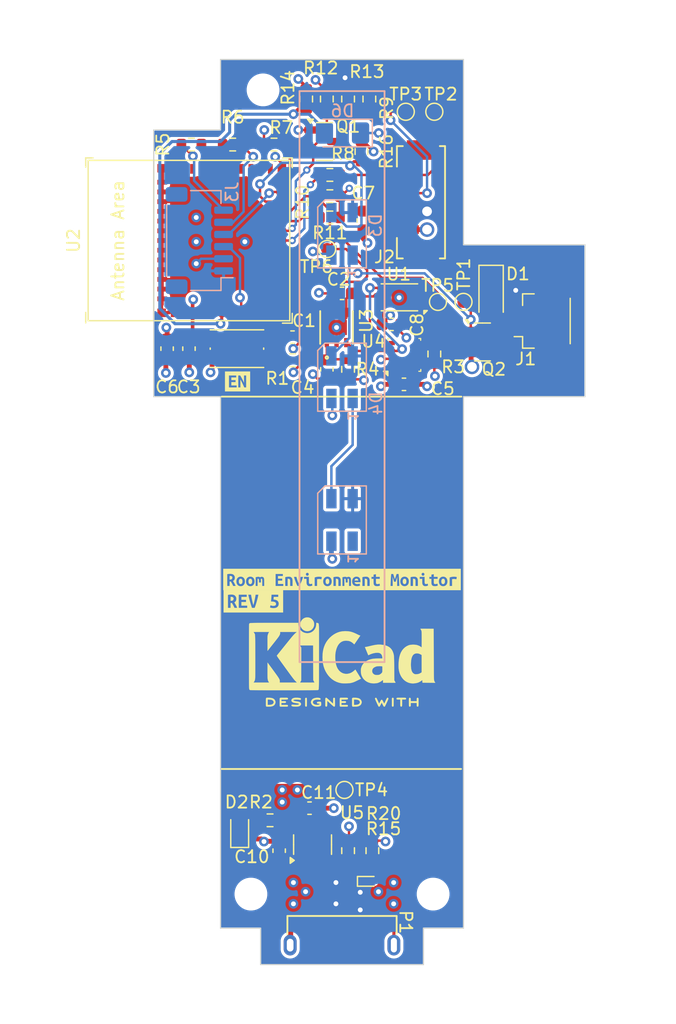
<source format=kicad_pcb>
(kicad_pcb (version 20240108) (generator "pcbnew") (generator_version "8.0")
  (layers (0 "F.Cu" signal) (1 "In1.Cu" signal) (2 "In2.Cu" signal) (31 "B.Cu" signal) (34 "B.Paste" user) (35 "F.Paste" user) (36 "B.SilkS" user "B.Silkscreen") (37 "F.SilkS" user "F.Silkscreen") (38 "B.Mask" user) (39 "F.Mask" user) (44 "Edge.Cuts" user))
  (net 0 "")
  (net 1 "EN")
  (net 2 "GND")
  (net 3 "BOOT")
  (net 4 "+3V3")
  (net 5 "/Sensors/SGP30_VDD")
  (net 6 "+5V")
  (net 7 "Net-(D1-A)")
  (net 8 "Net-(D2-A)")
  (net 9 "Net-(J3-Pin_6)")
  (net 10 "NEOPIXEL")
  (net 11 "Net-(J3-Pin_5)")
  (net 12 "Net-(P1-VCONN)")
  (net 13 "UART1_RX")
  (net 14 "UART1_TX")
  (net 15 "FAN")
  (net 16 "UART1_TX_LVL")
  (net 17 "UART_RX")
  (net 18 "UART_TX")
  (net 19 "Net-(P1-CC)")
  (net 28 "I2C_SCL")
  (net 29 "I2C_SDA")
  (net 42 "Net-(D4-DOUT)")
  (net 43 "Net-(D3-DOUT)")
  (net 44 "Net-(J2-Pin_1)")
  (net 45 "Net-(J2-Pin_2)")
  (net 46 "PD")
  (net 47 "Net-(U4-SDO)")
  (footprint "PCM_Espressif:ESP32-C3-MINI-1" (layer "F.Cu") (at 97.4 84.9 90)
    (property "Reference" "U2")
    (property "Value" "ESP32-C3-MINI-1" (hide yes))
  )
  (footprint "Resistor_SMD:R_0603_1608Metric" (layer "F.Cu") (at 117.6 94.2375 90)
    (property "Reference" "R3")
    (property "Value" "10k" (hide yes))
  )
  (footprint "Resistor_SMD:R_0603_1608Metric" (layer "F.Cu") (at 112.25 73.25 -90)
    (property "Reference" "R9")
    (property "Value" "0")
  )
  (footprint "Resistor_SMD:R_0603_1608Metric" (layer "F.Cu") (at 110.5 73.25 -90)
    (property "Reference" "R13")
    (property "Value" "10k")
  )
  (footprint "Resistor_SMD:R_0603_1608Metric" (layer "F.Cu") (at 109 79.5 180)
    (property "Reference" "R8")
    (property "Value" "0")
  )
  (footprint "TestPoint:TestPoint_Pad_D1.0mm" (layer "F.Cu") (at 117.6 74.3)
    (property "Reference" "TP2")
    (property "Value" "TestPoint" (hide yes))
  )
  (footprint "Capacitor_SMD:C_0603_1608Metric" (layer "F.Cu") (at 110 89.25)
    (property "Reference" "C2")
    (property "Value" "0u1")
  )
  (footprint "Package_TO_SOT_SMD:SOT-23-5" (layer "F.Cu") (at 107.575 134.625 90)
    (property "Reference" "U5")
    (property "Value" "AP2112K-3.3" (hide yes))
  )
  (footprint "Kevin_Lutzer_Lbr:SGP30-2.5K_SEN-M" (layer "F.Cu") (at 109.550001 92.0562 90)
    (property "Reference" "U3")
    (property "Value" "SGP40" (hide yes))
  )
  (footprint "Resistor_SMD:R_0603_1608Metric" (layer "F.Cu") (at 109 83)
    (property "Reference" "R11")
    (property "Value" "2k2" (hide yes))
  )
  (footprint "Package_LGA:Bosch_LGA-8_2.5x2.5mm_P0.65mm_ClockwisePinNumbering" (layer "F.Cu") (at 115.125 94.3125 90)
    (property "Reference" "U4")
    (property "Value" "BME280" (hide yes))
  )
  (footprint "TestPoint:TestPoint_Pad_D1.0mm" (layer "F.Cu") (at 120 89.95)
    (property "Reference" "TP1")
    (property "Value" "TestPoint" (hide yes))
  )
  (footprint "Capacitor_SMD:C_0603_1608Metric" (layer "F.Cu") (at 111.75 83.25 -90)
    (property "Reference" "C7")
    (property "Value" "1u" (hide yes))
  )
  (footprint "Resistor_SMD:R_0603_1608Metric" (layer "F.Cu") (at 112.5 135.125 90)
    (property "Reference" "R15")
    (property "Value" "5.1k" (hide yes))
  )
  (footprint "Symbol:KiCad-Logo2_6mm_SilkScreen" (layer "F.Cu") (at 110 118.9)
    (property "Reference" "REF**" (hide yes))
    (property "Value" "KiCad-Logo2_6mm_SilkScreen" (hide yes))
  )
  (footprint "Kevin_Lutzer_Lbr:CONN_B4B-ZR-SM4-TF_JST" (layer "F.Cu") (at 116.5 81.75 -90)
    (property "Reference" "J2")
    (property "Value" "Conn_01x04_Pin" (hide yes))
  )
  (footprint "MountingHole:MountingHole_2.2mm_M2_DIN965" (layer "F.Cu") (at 102.5 138.7)
    (property "Reference" "H3" (hide yes))
    (property "Value" "MountingHole" (hide yes))
  )
  (footprint "MountingHole:MountingHole_2.2mm_M2_DIN965" (layer "F.Cu") (at 117.5 138.7)
    (property "Reference" "H2" (hide yes))
    (property "Value" "MountingHole" (hide yes))
  )
  (footprint "kibuzzard-652F2D51" (layer "F.Cu") (at 101.4 96.5)
    (property "Reference" "kibuzzard-652F2D51" (hide yes))
    (property "Value" "G***" (hide yes))
  )
  (footprint "Capacitor_SMD:C_0603_1608Metric" (layer "F.Cu") (at 107.325 131.625)
    (property "Reference" "C11")
    (property "Value" "1u")
  )
  (footprint "Resistor_SMD:R_0603_1608Metric" (layer "F.Cu") (at 108.75 73.25 -90)
    (property "Reference" "R12")
    (property "Value" "10k" (hide yes))
  )
  (footprint "Capacitor_SMD:C_0603_1608Metric" (layer "F.Cu") (at 105.925 92.85)
    (property "Reference" "C1")
    (property "Value" "0u1" (hide yes))
  )
  (footprint "Resistor_SMD:R_0603_1608Metric" (layer "F.Cu") (at 109 81.25)
    (property "Reference" "R10")
    (property "Value" "2k2" (hide yes))
  )
  (footprint "Resistor_SMD:R_0603_1608Metric" (layer "F.Cu") (at 105.925 94.75 180)
    (property "Reference" "R1")
    (property "Value" "10k" (hide yes))
  )
  (footprint "MountingHole:MountingHole_2.2mm_M2_DIN965" (layer "F.Cu") (at 103.5 72.5)
    (property "Reference" "H1" (hide yes))
    (property "Value" "MountingHole" (hide yes))
  )
  (footprint "Resistor_SMD:R_0603_1608Metric" (layer "F.Cu") (at 110.5 135.125 90)
    (property "Reference" "R20")
    (property "Value" "5.1k" (hide yes))
  )
  (footprint "LED_SMD:LED_0603_1608Metric" (layer "F.Cu") (at 101.575 133.375 90)
    (property "Reference" "D2")
    (property "Value" "LED" (hide yes))
  )
  (footprint "Capacitor_SMD:C_0603_1608Metric" (layer "F.Cu") (at 104.825 135.125 90)
    (property "Reference" "C10")
    (property "Value" "1u" (hide yes))
  )
  (footprint "Resistor_SMD:R_0603_1608Metric" (layer "F.Cu") (at 97.6 77 180)
    (property "Reference" "R5")
    (property "Value" "0" (hide yes))
  )
  (footprint "Connector_Molex:Molex_PicoBlade_53398-0271_1x02-1MP_P1.25mm_Vertical" (layer "F.Cu") (at 126.075 91.525 90)
    (property "Reference" "J1")
    (property "Value" "Conn_01x02_Pin" (hide yes))
  )
  (footprint "Resistor_SMD:R_0603_1608Metric" (layer "F.Cu") (at 101 77)
    (property "Reference" "R6")
    (property "Value" "0" (hide yes))
  )
  (footprint "Resistor_SMD:R_0603_1608Metric" (layer "F.Cu") (at 111.6 77.575 -90)
    (property "Reference" "R16")
    (property "Value" "10k" (hide yes))
  )
  (footprint "Package_DFN_QFN:DFN-8-1EP_3x2mm_P0.5mm_EP1.3x1.5mm" (layer "F.Cu") (at 114.725 89.575 180)
    (property "Reference" "U1")
    (property "Value" "ATECC608A-MAHDA" (hide yes))
  )
  (footprint "Capacitor_SMD:C_0603_1608Metric" (layer "F.Cu") (at 115.1 96.7375 180)
    (property "Reference" "C5")
    (property "Value" "0u1" (hide yes))
  )
  (footprint "Button_Switch_SMD:SW_Push_1P1T_NO_CK_KMR2" (layer "F.Cu") (at 101.35 93.8 180)
    (property "Reference" "SW1" (hide yes))
    (property "Value" "SW_SPST")
  )
  (footprint "kibuzzard-652F50CA" (layer "F.Cu") (at 110 112.8)
    (property "Reference" "kibuzzard-652F50CA" (hide yes))
    (property "Value" "G***" (hide yes))
  )
  (footprint "Resistor_SMD:R_0603_1608Metric" (layer "F.Cu") (at 104.075 132.625 180)
    (property "Reference" "R2")
    (property "Value" "220" (hide yes))
  )
  (footprint "TestPoint:TestPoint_Pad_D1.0mm" (layer "F.Cu") (at 108.775 85.6)
    (property "Reference" "TP6")
    (property "Value" "TestPoint" (hide yes))
  )
  (footprint "Capacitor_SMD:C_0603_1608Metric" (layer "F.Cu") (at 108.75 95.5 -90)
    (property "Reference" "C4")
    (property "Value" "0u1" (hide yes))
  )
  (footprint "Resistor_SMD:R_0603_1608Metric" (layer "F.Cu") (at 110.5 95.5 90)
    (property "Reference" "R4")
    (property "Value" "4.7" (hide yes))
  )
  (footprint "Diode_SMD:D_SOD-923" (layer "F.Cu") (at 112.13 137.65)
    (property "Reference" "D7" (hide yes))
    (property "Value" "ESD9X3" (hide yes))
  )
  (footprint "Capacitor_SMD:C_0603_1608Metric" (layer "F.Cu") (at 97.4 93.8 -90)
    (property "Reference" "C3")
    (property "Value" "0u1" (hide yes))
  )
  (footprint "Resistor_SMD:R_0603_1608Metric" (layer "F.Cu") (at 107.05 73.25 -90)
    (property "Reference" "R14")
    (property "Value" "10M" (hide yes))
  )
  (footprint "TestPoint:TestPoint_Pad_D1.0mm" (layer "F.Cu") (at 115.25 74.3)
    (property "Reference" "TP3")
    (property "Value" "TestPoint" (hide yes))
  )
  (footprint "Package_TO_SOT_SMD:SOT-23" (layer "F.Cu") (at 108.5625 76.75)
    (property "Reference" "Q1")
    (property "Value" "BSS138" (hide yes))
  )
  (footprint "TestPoint:TestPoint_Pad_D1.0mm" (layer "F.Cu") (at 117.9 89.95)
    (property "Reference" "TP5")
    (property "Value" "TestPoint" (hide yes))
  )
  (footprint "TestPoint:TestPoint_Pad_D1.0mm" (layer "F.Cu") (at 110.2 130.125)
    (property "Reference" "TP4")
    (property "Value" "TestPoint" (hide yes))
  )
  (footprint "Capacitor_SMD:C_0603_1608Metric" (layer "F.Cu") (at 95.6 93.8 -90)
    (property "Reference" "C6")
    (property "Value" "1u" (hide yes))
  )
  (footprint "Diode_SMD:D_SOD-123F" (layer "F.Cu") (at 122.275 89.15 -90)
    (property "Reference" "D1")
    (property "Value" "CDBMS160" (hide yes))
  )
  (footprint "Resistor_SMD:R_0603_1608Metric" (layer "F.Cu") (at 104.4 77)
    (property "Reference" "R7")
    (property "Value" "10k" (hide yes))
  )
  (footprint "Capacitor_SMD:C_0603_1608Metric" (layer "F.Cu") (at 114.075 91.8)
    (property "Reference" "C8")
    (property "Value" "0u1" (hide yes))
  )
  (footprint "Package_TO_SOT_SMD:SOT-23" (layer "F.Cu") (at 121.5625 93.25)
    (property "Reference" "Q2")
    (property "Value" "BSS138" (hide yes))
  )
  (footprint "kibuzzard-6559AD6D" (layer "F.Cu") (at 102.7 114.6)
    (property "Reference" "kibuzzard-6559AD6D" (hide yes))
    (property "Value" "G***" (hide yes))
  )
  (footprint "Kevin_Lutzer_Lbr:CONN6_USB4130-GF-C_GCT" (layer "F.Cu") (at 110 142.899998 180)
    (property "Reference" "P1")
    (property "Value" "USB_C_Plug_USB2.0" (hide yes))
  )
  (footprint "LED_SMD:LED_SK6812MINI_PLCC4_3.5x3.5mm_P1.75mm" (layer "B.Cu") (at 110 107.9 90)
    (property "Reference" "D5" (hide yes))
    (property "Value" "SK6812MINI" (hide yes))
  )
  (footprint "Diode_SMD:D_1206_3216Metric_Pad1.42x1.75mm_HandSolder" (layer "B.Cu") (at 110.0375 76.05 180)
    (property "Reference" "D6")
    (property "Value" "D_Photo")
  )
  (footprint "LED_SMD:LED_SK6812MINI_PLCC4_3.5x3.5mm_P1.75mm" (layer "B.Cu") (at 110 96.15 90)
    (property "Reference" "D4")
    (property "Value" "SK6812MINI")
  )
  (footprint "Connector_JST:JST_SH_SM06B-SRSS-TB_1x06-1MP_P1.00mm_Horizontal" (layer "B.Cu") (at 98.25 84.9 90)
    (property "Reference" "J3")
    (property "Value" "Conn_01x06_Socket" (hide yes))
  )
  (footprint "LED_SMD:LED_SK6812MINI_PLCC4_3.5x3.5mm_P1.75mm" (layer "B.Cu") (at 110 84.35 90)
    (property "Reference" "D3")
    (property "Value" "SK6812MINI")
  )
  (gr_line (start 106.5 119.6) (end 113.5 119.6) (stroke (width 0.15)) (layer "B.SilkS"))
  (gr_line (start 106.5 72.6) (end 106.5 119.6) (stroke (width 0.15)) (layer "B.SilkS"))
  (gr_line (start 113.5 72.6) (end 106.5 72.6) (stroke (width 0.15)) (layer "B.SilkS"))
  (gr_line (start 113.5 119.6) (end 113.5 72.6) (stroke (width 0.15)) (layer "B.SilkS"))
  (gr_line (start 100.1 128.4) (end 119.8 128.4) (stroke (width 0.15)) (layer "F.SilkS"))
  (gr_line (start 119.825 97.75) (end 100.1 97.75) (stroke (width 0.15)) (layer "F.SilkS"))
  (gr_line (start 120 70) (end 120 85.25) (stroke (width 0.1)) (layer "Edge.Cuts"))
  (gr_line (start 103.3 144.5) (end 103.3 141.5) (stroke (width 0.1)) (layer "Edge.Cuts"))
  (gr_line (start 120 85.25) (end 130 85.25) (stroke (width 0.1)) (layer "Edge.Cuts"))
  (gr_line (start 100 70) (end 120 70) (stroke (width 0.1)) (layer "Edge.Cuts"))
  (gr_line (start 100 75.8) (end 100 70) (stroke (width 0.1)) (layer "Edge.Cuts"))
  (gr_line (start 100 97.75) (end 94.5 97.75) (stroke (width 0.1)) (layer "Edge.Cuts"))
  (gr_line (start 120 97.75) (end 120 141.5) (stroke (width 0.1)) (layer "Edge.Cuts"))
  (gr_line (start 130 85.25) (end 130 97.75) (stroke (width 0.1)) (layer "Edge.Cuts"))
  (gr_line (start 116.7 144.5) (end 103.3 144.5) (stroke (width 0.1)) (layer "Edge.Cuts"))
  (gr_line (start 103.3 141.5) (end 100 141.5) (stroke (width 0.1)) (layer "Edge.Cuts"))
  (gr_line (start 116.7 141.5) (end 116.7 144.5) (stroke (width 0.1)) (layer "Edge.Cuts"))
  (gr_line (start 100 141.5) (end 100 97.75) (stroke (width 0.1)) (layer "Edge.Cuts"))
  (gr_line (start 130 97.75) (end 120 97.75) (stroke (width 0.1)) (layer "Edge.Cuts"))
  (gr_line (start 94.5 75.8) (end 100 75.8) (stroke (width 0.1)) (layer "Edge.Cuts"))
  (gr_line (start 94.5 75.8) (end 94.5 97.75) (stroke (width 0.1)) (layer "Edge.Cuts"))
  (gr_line (start 120 141.5) (end 116.7 141.5) (stroke (width 0.1)) (layer "Edge.Cuts"))
  (segment (start 101.7 90.8) (end 101.7 92.95) (width 0.2) (layer "F.Cu") (net 1))
  (segment (start 101.75 93) (end 103.4 93) (width 0.2) (layer "F.Cu") (net 1))
  (segment (start 101.7 90.8) (end 101.7 89.7) (width 0.2) (layer "F.Cu") (net 1))
  (segment (start 105.15 93) (end 105.15 94.7) (width 0.2) (layer "F.Cu") (net 1))
  (segment (start 101.7 89.7) (end 101.6 89.6) (width 0.2) (layer "F.Cu") (net 1))
  (segment (start 101.7 92.95) (end 101.75 93) (width 0.2) (layer "F.Cu") (net 1))
  (segment (start 101.75 93) (end 99.3 93) (width 0.2) (layer "F.Cu") (net 1))
  (segment (start 103.4 93) (end 105.15 93) (width 0.2) (layer "F.Cu") (net 1))
  (via (at 101.6 89.6) (size 0.8) (drill 0.4) (layers "F.Cu" "B.Cu") (net 1))
  (segment (start 101.6 86.338604) (end 101.6 89.6) (width 0.2) (layer "B.Cu") (net 1))
  (segment (start 100.661396 85.4) (end 101.6 86.338604) (width 0.2) (layer "B.Cu") (net 1))
  (segment (start 113.6125 94.6375) (end 113.2 94.7) (width 0.2) (layer "F.Cu") (net 2))
  (segment (start 108.75 96.275) (end 107.975 96.275) (width 0.2) (layer "F.Cu") (net 2))
  (segment (start 109.550001 93.25) (end 109.550001 92.0562) (width 0.2) (layer "F.Cu") (net 2))
  (segment (start 107 72.2) (end 106.4 71.6) (width 0.25) (layer "F.Cu") (net 2))
  (segment (start 107.975 96.275) (end 107.6 95.9) (width 0.2) (layer "F.Cu") (net 2))
  (segment (start 114.1 94.6375) (end 113.6125 94.6375) (width 0.2) (layer "F.Cu") (net 2))
  (segment (start 115.125 95.2875) (end 115.775 94.6375) (width 0.2) (layer "F.Cu") (net 2))
  (segment (start 114.1 95.2875) (end 114.1 96.5125) (width 0.2) (layer "F.Cu") (net 2))
  (segment (start 109.550001 92.0562) (end 110.350002 91.256199) (width 0.2) (layer "F.Cu") (net 2))
  (segment (start 111.75 84.75) (end 112.1 85.1) (width 0.4) (layer "F.Cu") (net 2))
  (segment (start 114.325 96.7375) (end 113.3625 96.7375) (width 0.4) (layer "F.Cu") (net 2))
  (segment (start 110.350002 90.8624) (end 110.350002 89.674998) (width 0.2) (layer "F.Cu") (net 2))
  (segment (start 110.350002 91.256199) (end 110.350002 90.8624) (width 0.2) (layer "F.Cu") (net 2))
  (segment (start 115.475 88.825) (end 114.725 89.575) (width 0.2) (layer "F.Cu") (net 2))
  (segment (start 97.425 94.525) (end 97.425 95.75) (width 0.4) (layer "F.Cu") (net 2))
  (segment (start 103.3625 134.1625) (end 103.575 134.375) (width 0.4) (layer "F.Cu") (net 2))
  (segment (start 110.350002 89.674998) (end 110.775 89.25) (width 0.2) (layer "F.Cu") (net 2))
  (segment (start 114.85 91.8) (end 114.85 92.45) (width 0.2) (layer "F.Cu") (net 2))
  (segment (start 111.75 84.025) (end 111.75 84.75) (width 0.4) (layer "F.Cu") (net 2))
  (segment (start 106.7 93.0897) (end 105.985081 93.804619) (width 0.2) (layer "F.Cu") (net 2))
  (segment (start 99.3 94.6) (end 99.3 95.625) (width 0.4) (layer "F.Cu") (net 2))
  (segment (start 104.825 134.35) (end 103.6 134.35) (width 0.4) (layer "F.Cu") (net 2))
  (segment (start 103.6 134.35) (end 103.575 134.375) (width 0.4) (layer "F.Cu") (net 2))
  (segment (start 116.175 88.825) (end 115.475 88.825) (width 0.2) (layer "F.Cu") (net 2))
  (segment (start 113.2 94.7) (end 113.4875 94.6375) (width 0.2) (layer "F.Cu") (net 2))
  (segment (start 114.1 95.2875) (end 115.125 95.2875) (width 0.2) (layer "F.Cu") (net 2))
  (segment (start 113.51 134.3) (end 113.58 134.37) (width 0.2) (layer "F.Cu") (net 2))
  (segment (start 114.6458 84.000001) (end 117 84) (width 0.4) (layer "F.Cu") (net 2))
  (segment (start 113.4875 94.6375) (end 113.55 94.6375) (width 0.2) (layer "F.Cu") (net 2))
  (segment (start 120.625 94.2) (end 120.625 95.225) (width 0.4) (layer "F.Cu") (net 2))
  (segment (start 95.15 78.95) (end 95.15 80.05) (width 0.4) (layer "F.Cu") (net 2))
  (segment (start 110.575 134.3) (end 110.575 133.125) (width 0.2) (layer "F.Cu") (net 2))
  (segment (start 115.775 94.6375) (end 116.15 94.6375) (width 0.2) (layer "F.Cu") (net 2))
  (segment (start 105.05 78.55) (end 104.5 78) (width 0.2) (layer "F.Cu") (net 2))
  (segment (start 95.5 94.525) (end 95.5 95.8) (width 0.4) (layer "F.Cu") (net 2))
  (segment (start 114.85 92.45) (end 115.3 92.9) (width 0.2) (layer "F.Cu") (net 2))
  (segment (start 113.3625 96.7375) (end 113.2 96.9) (width 0.4) (layer "F.Cu") (net 2))
  (segment (start 112.5 134.3) (end 113.51 134.3) (width 0.2) (layer "F.Cu") (net 2))
  (segment (start 120.625 95.225) (end 120.7 95.3) (width 0.4) (layer "F.Cu") (net 2))
  (segment (start 105.05 78.95) (end 105.05 78.55) (width 0.2) (layer "F.Cu") (net 2))
  (segment (start 103.4 94.6) (end 99.3 94.6) (width 0.2) (layer "F.Cu") (net 2))
  (segment (start 99.3 95.625) (end 99.175 95.75) (width 0.4) (layer "F.Cu") (net 2))
  (segment (start 101.575 134.1625) (end 103.3625 134.1625) (width 0.4) (layer "F.Cu") (net 2))
  (segment (start 95.15 80.05) (end 95.2 80.1) (width 0.4) (layer "F.Cu") (net 2))
  (segment (start 108.1 131.625) (end 109.325 131.625) (width 0.4) (layer "F.Cu") (net 2))
  (via (at 103.575 134.375) (size 0.8) (drill 0.4) (layers "F.Cu" "B.Cu") (net 2))
  (via (at 95.5 95.8) (size 0.8) (drill 0.4) (layers "F.Cu" "B.Cu") (net 2))
  (via (at 97.425 95.75) (size 0.8) (drill 0.4) (layers "F.Cu" "B.Cu") (net 2))
  (via (at 107.6 95.9) (size 0.8) (drill 0.4) (layers "F.Cu" "B.Cu") (net 2))
  (via (at 117 84) (size 1.2) (drill 0.8) (layers "F.Cu" "B.Cu") (net 2))
  (via (at 109.325 131.625) (size 0.8) (drill 0.4) (layers "F.Cu" "B.Cu") (net 2))
  (via (at 110.575 133.125) (size 0.8) (drill 0.4) (layers "F.Cu" "B.Cu") (net 2))
  (via (at 106.4 71.6) (size 0.8) (drill 0.4) (layers "F.Cu" "B.Cu") (net 2))
  (via (at 98 85) (size 0.8) (drill 0.4) (layers "F.Cu" "B.Cu") (net 2))
  (via (at 106 137.75) (size 0.8) (drill 0.4) (layers "F.Cu" "B.Cu") (net 2))
  (via (at 113.2 96.9) (size 0.8) (drill 0.4) (layers "F.Cu" "B.Cu") (net 2))
  (via (at 104.5 78) (size 0.8) (drill 0.4) (layers "F.Cu" "B.Cu") (net 2))
  (via (at 107.6 85.8) (size 0.8) (drill 0.4) (layers "F.Cu" "B.Cu") (net 2))
  (via (at 98 83) (size 0.8) (drill 0.4) (layers "F.Cu" "B.Cu") (net 2))
  (via (at 106 139.5) (size 0.8) (drill 0.4) (layers "F.Cu" "B.Cu") (net 2))
  (via (at 115.3 92.9) (size 0.8) (drill 0.4) (layers "F.Cu" "B.Cu") (net 2))
  (via (at 109.550001 92.0562) (size 0.8) (drill 0.4) (layers "F.Cu" "B.Cu") (net 2))
  (via (at 120.7 95.3) (size 1.2) (drill 0.8) (layers "F.Cu" "B.Cu") (net 2))
  (via (at 102 85) (size 0.8) (drill 0.4) (layers "F.Cu" "B.Cu") (net 2))
  (via (at 113.2 94.7) (size 0.8) (drill 0.4) (layers "F.Cu" "B.Cu") (net 2))
  (via (at 109.2 99.3) (size 0.8) (drill 0.4) (layers "F.Cu" "B.Cu") (net 2))
  (via (at 114.25 137.75) (size 0.8) (drill 0.4) (layers "F.Cu" "B.Cu") (net 2))
  (via (at 105.985081 93.804619) (size 0.8) (drill 0.4) (layers "F.Cu" "B.Cu") (net 2))
  (via (at 98 86.8) (size 0.8) (drill 0.4) (layers "F.Cu" "B.Cu") (net 2))
  (via (at 113 138.5) (size 0.8) (drill 0.4) (layers "F.Cu" "B.Cu") (net 2))
  (via (at 114.7 89.6) (size 0.8) (drill 0.4) (layers "F.Cu" "B.Cu") (net 2))
  (via (at 109.2 111.1) (size 0.8) (drill 0.4) (layers "F.Cu" "B.Cu") (net 2))
  (via (at 113.58 134.37) (size 0.8) (drill 0.4) (layers "F.Cu" "B.Cu") (net 2))
  (via (at 114.25 139.5) (size 0.8) (drill 0.4) (layers "F.Cu" "B.Cu") (net 2))
  (via (at 107 138.5) (size 0.8) (drill 0.4) (layers "F.Cu" "B.Cu") (net 2))
  (via (at 99.175 95.75) (size 0.8) (drill 0.4) (layers "F.Cu" "B.Cu") (net 2))
  (via (at 112.1 85.1) (size 0.8) (drill 0.4) (layers "F.Cu" "B.Cu") (net 2))
  (segment (start 109.2 99.3) (end 109.2 97.975) (width 0.2) (layer "B.Cu") (net 2))
  (segment (start 107.8 86) (end 107.6 85.8) (width 0.2) (layer "B.Cu") (net 2))
  (segment (start 109.125 109.5) (end 109.125 110.875) (width 0.4) (layer "B.Cu") (net 2))
  (segment (start 109.125 110.875) (end 109.25 111) (width 0.4) (layer "B.Cu") (net 2))
  (segment (start 109.125 86) (end 107.8 86) (width 0.2) (layer "B.Cu") (net 2))
  (segment (start 100.25 86.4) (end 98.4 86.4) (width 0.2) (layer "B.Cu") (net 2))
  (segment (start 98.4 86.4) (end 98 86.8) (width 0.2) (layer "B.Cu") (net 2))
  (segment (start 105 80.9) (end 104.1 80.9) (width 0.2) (layer "F.Cu") (net 3))
  (segment (start 105 80.9) (end 105.6 80.9) (width 0.2) (layer "F.Cu") (net 3))
  (segment (start 105.6 80.9) (end 105.7 80.8) (width 0.2) (layer "F.Cu") (net 3))
  (segment (start 104.1 80.9) (end 104 81) (width 0.2) (layer "F.Cu") (net 3))
  (segment (start 105.7 80.8) (end 105.7 77.475) (width 0.2) (layer "F.Cu") (net 3))
  (segment (start 105.7 77.475) (end 105.225 77) (width 0.2) (layer "F.Cu") (net 3))
  (via (at 104 81) (size 0.8) (drill 0.4) (layers "F.Cu" "B.Cu") (net 3))
  (segment (start 104 81.061396) (end 104 81) (width 0.2) (layer "B.Cu") (net 3))
  (segment (start 100.661396 84.4) (end 104 81.061396) (width 0.2) (layer "B.Cu") (net 3))
  (segment (start 116.15 95.2875) (end 116.15 96.4625) (width 0.2) (layer "F.Cu") (net 4))
  (segment (start 107.2 75.8) (end 106.4 75.8) (width 0.2) (layer "F.Cu") (net 4))
  (segment (start 103.575 77) (end 103.575 75.825) (width 0.2) (layer "F.Cu") (net 4))
  (segment (start 106.35 130.1) (end 109.9 130.1) (width 0.2) (layer "F.Cu") (net 4))
  (segment (start 109.550001 89.575001) (end 109.225 89.25) (width 0.2) (layer "F.Cu") (net 4))
  (segment (start 97.7 92.7) (end 97.7 90.8) (width 0.3) (layer "F.Cu") (net 4))
  (segment (start 115.875 96.7375) (end 116.8375 96.7375) (width 0.4) (layer "F.Cu") (net 4))
  (segment (start 116.15 93.9875) (end 116.525 93.9875) (width 0.2) (layer "F.Cu") (net 4))
  (segment (start 117.6 95.0625) (end 117.6 96.1375) (width 0.2) (layer "F.Cu") (net 4))
  (segment (start 97.7 90.8) (end 97.7 89.8) (width 0.3) (layer "F.Cu") (net 4))
  (segment (start 109.550001 90.8624) (end 109.550001 89.575001) (width 0.2) (layer "F.Cu") (net 4))
  (segment (start 95.6 92.124598) (end 95.537701 92.062299) (width 0.4) (layer "F.Cu") (net 4))
  (segment (start 103.575 75.825) (end 103.6 75.8) (width 0.2) (layer "F.Cu") (net 4))
  (segment (start 97.425 92.975) (end 97.7 92.7) (width 0.3) (layer "F.Cu") (net 4))
  (segment (start 109.95 81.25) (end 110.6 80.6) (width 0.2) (layer "F.Cu") (net 4))
  (segment (start 113.3 91.8) (end 113.3 90.35) (width 0.2) (layer "F.Cu") (net 4))
  (segment (start 106.625 133.375) (end 105.875 132.625) (width 0.6) (layer "F.Cu") (net 4))
  (segment (start 113.3 91.72093) (end 113.964711 91.056219) (width 0.2) (layer "F.Cu") (net 4))
  (segment (start 116.8375 96.7375) (end 117 96.9) (width 0.4) (layer "F.Cu") (net 4))
  (segment (start 109.225 89.25) (end 108.15 89.25) (width 0.2) (layer "F.Cu") (net 4))
  (segment (start 113.3 91.8) (end 113.3 91.72093) (width 0.2) (layer "F.Cu") (net 4))
  (segment (start 111.725 96.325) (end 111.8 96.4) (width 0.2) (layer "F.Cu") (net 4))
  (segment (start 95.6 93.025) (end 95.6 92.124598) (width 0.4) (layer "F.Cu") (net 4))
  (segment (start 110.5 96.325) (end 111.725 96.325) (width 0.2) (layer "F.Cu") (net 4))
  (segment (start 111.775 76.75) (end 112.6 77.575) (width 0.25) (layer "F.Cu") (net 4))
  (segment (start 95.6 93.025) (end 97.4 93.025) (width 0.4) (layer "F.Cu") (net 4))
  (segment (start 106.75 94.925) (end 105.925 95.75) (width 0.2) (layer "F.Cu") (net 4))
  (segment (start 97.7 89.8) (end 97.75 89.75) (width 0.3) (layer "F.Cu") (net 4))
  (segment (start 108.15 89.25) (end 108.1 89.2) (width 0.2) (layer "F.Cu") (net 4))
  (segment (start 106.325 130.125) (end 106.35 130.1) (width 0.2) (layer "F.Cu") (net 4))
  (segment (start 108.567156 72.425) (end 107.815962 71.673806) (width 0.2) (layer "F.Cu") (net 4))
  (segment (start 116.525 93.9875) (end 117.6 95.0625) (width 0.2) (layer "F.Cu") (net 4))
  (segment (start 116.15 95.2875) (end 117.375 95.2875) (width 0.2) (layer "F.Cu") (net 4))
  (segment (start 109.825 83) (end 109.825 81.25) (width 0.2) (layer "F.Cu") (net 4))
  (via (at 111.8 96.4) (size 0.8) (drill 0.4) (layers "F.Cu" "B.Cu") (net 4))
  (via (at 117 96.9) (size 0.8) (drill 0.4) (layers "F.Cu" "B.Cu") (net 4))
  (via (at 112.6 77.575) (size 0.8) (drill 0.4) (layers "F.Cu" "B.Cu") (net 4))
  (via (at 106.4 75.8) (size 0.8) (drill 0.4) (layers "F.Cu" "B.Cu") (net 4))
  (via (at 108.1 89.2) (size 0.8) (drill 0.4) (layers "F.Cu" "B.Cu") (net 4))
  (via (at 105.075 130.125) (size 0.8) (drill 0.4) (layers "F.Cu" "B.Cu") (net 4))
  (via (at 113.964711 91.056219) (size 0.8) (drill 0.4) (layers "F.Cu" "B.Cu") (net 4))
  (via (at 113.02 76.05) (size 0.8) (drill 0.4) (layers "F.Cu" "B.Cu") (net 4))
  (via (at 107.815962 71.673806) (size 0.8) (drill 0.4) (layers "F.Cu" "B.Cu") (net 4))
  (via (at 95.537701 92.062299) (size 0.8) (drill 0.4) (layers "F.Cu" "B.Cu") (net 4))
  (via (at 105.075 131.125) (size 0.8) (drill 0.4) (layers "F.Cu" "B.Cu") (net 4))
  (via (at 106.325 130.125) (size 0.8) (drill 0.4) (layers "F.Cu" "B.Cu") (net 4))
  (via (at 110.6 80.6) (size 0.6) (drill 0.3) (layers "F.Cu" "B.Cu") (net 4))
  (via (at 97.75 89.75) (size 0.8) (drill 0.4) (layers "F.Cu" "B.Cu") (net 4))
  (via (at 103.6 75.8) (size 0.8) (drill 0.4) (layers "F.Cu" "B.Cu") (net 4))
  (via (at 117.65 96.0625) (size 0.8) (drill 0.4) (layers "F.Cu" "B.Cu") (net 4))
  (via (at 106 95.75) (size 0.8) (drill 0.4) (layers "F.Cu" "B.Cu") (net 4))
  (segment (start 111.5 76.05) (end 113.02 76.05) (width 0.2) (layer "B.Cu") (net 4))
  (segment (start 110.5 94.675) (end 108.8 94.675) (width 0.2) (layer "F.Cu") (net 5))
  (segment (start 108.75 93.25) (end 108.75 94.625) (width 0.2) (layer "F.Cu") (net 5))
  (segment (start 108.525 135.7625) (end 108.525 140.295002) (width 0.6) (layer "F.Cu") (net 6))
  (segment (start 110.5 71.75) (end 110.25 71.5) (width 0.2) (layer "F.Cu") (net 6))
  (segment (start 122.275 87.75) (end 123 87.75) (width 0.6) (layer "F.Cu") (net 6))
  (segment (start 107.15576 134.6) (end 107.994239 134.6) (width 0.6) (layer "F.Cu") (net 6))
  (segment (start 124.75 89.5) (end 124.825 89.575) (width 0.6) (layer "F.Cu") (net 6))
  (segment (start 124 88.75) (end 124.25 89) (width 0.6) (layer "F.Cu") (net 6))
  (segment (start 124.3 89) (end 124.3 89.05) (width 0.6) (layer "F.Cu") (net 6))
  (segment (start 107.994239 134.6) (end 108.525 135.130761) (width 0.6) (layer "F.Cu") (net 6))
  (segment (start 110.5 72.425) (end 110.5 71.75) (width 0.2) (layer "F.Cu") (net 6))
  (segment (start 114.6458 82.500001) (end 117 82.5) (width 0.4) (layer "F.Cu") (net 6))
  (segment (start 124.825 89.575) (end 124.825 90.9) (width 0.6) (layer "F.Cu") (net 6))
  (segment (start 106.4875 135.9) (end 106.625 135.7625) (width 0.6) (layer "F.Cu") (net 6))
  (segment (start 114.6458 82.500001) (end 111.775001 82.500001) (width 0.4) (layer "F.Cu") (net 6))
  (segment (start 124.3 89.05) (end 124.75 89.5) (width 0.6) (layer "F.Cu") (net 6))
  (segment (start 106.625 135.130761) (end 107.15576 134.6) (width 0.6) (layer "F.Cu") (net 6))
  (segment (start 104.825 135.9) (end 106.4875 135.9) (width 0.6) (layer "F.Cu") (net 6))
  (segment (start 106.625 135.7625) (end 106.625 135.130761) (width 0.6) (layer "F.Cu") (net 6))
  (segment (start 123 87.75) (end 124 88.75) (width 0.6) (layer "F.Cu") (net 6))
  (segment (start 124.25 89) (end 124.3 89) (width 0.6) (layer "F.Cu") (net 6))
  (segment (start 108.525 135.130761) (end 108.525 135.7625) (width 0.6) (layer "F.Cu") (net 6))
  (via (at 110.25 71.5) (size 0.8) (drill 0.4) (layers "F.Cu" "B.Cu") (net 6))
  (via (at 117 82.5) (size 1.2) (drill 0.8) (layers "F.Cu" "B.Cu") (net 6))
  (via (at 109.5 139.5) (size 0.8) (drill 0.4) (layers "F.Cu" "B.Cu") (net 6))
  (via (at 111.5 138.55) (size 0.8) (drill 0.4) (layers "F.Cu" "B.Cu") (net 6))
  (via (at 109.5 137.75) (size 0.8) (drill 0.4) (layers "F.Cu" "B.Cu") (net 6))
  (via (at 124.3 89) (size 0.8) (drill 0.4) (layers "F.Cu" "B.Cu") (net 6))
  (via (at 111.5 140) (size 0.8) (drill 0.4) (layers "F.Cu" "B.Cu") (net 6))
  (segment (start 122.5 93.25) (end 123.6 92.15) (width 0.6) (layer "F.Cu") (net 7))
  (segment (start 123.875 92.15) (end 124.825 92.15) (width 0.6) (layer "F.Cu") (net 7))
  (segment (start 122.275 90.55) (end 123.875 92.15) (width 0.6) (layer "F.Cu") (net 7))
  (segment (start 123.6 92.15) (end 123.875 92.15) (width 0.6) (layer "F.Cu") (net 7))
  (segment (start 101.575 132.5875) (end 103.2125 132.5875) (width 0.4) (layer "F.Cu") (net 8))
  (segment (start 96.775 77) (end 97.725 77.95) (width 0.2) (layer "F.Cu") (net 9))
  (via (at 97.725 77.95) (size 0.8) (drill 0.4) (layers "F.Cu" "B.Cu") (net 9))
  (segment (start 97.825 79.975) (end 100.25 82.4) (width 0.2) (layer "B.Cu") (net 9))
  (segment (start 97.825 78.05) (end 97.825 79.975) (width 0.2) (layer "B.Cu") (net 9))
  (segment (start 97.725 77.95) (end 97.825 78.05) (width 0.25) (layer "B.Cu") (net 9))
  (segment (start 105 81.7) (end 103.7 81.7) (width 0.2) (layer "F.Cu") (net 10))
  (segment (start 111.6 78.4) (end 110.994419 78.4) (width 0.25) (layer "F.Cu") (net 10))
  (segment (start 110.994419 78.4) (end 110.657911 78.736508) (width 0.25) (layer "F.Cu") (net 10))
  (segment (start 103.7 81.7) (end 103.25 81.25) (width 0.2) (layer "F.Cu") (net 10))
  (segment (start 103.25 81.25) (end 103.25 80.25) (width 0.2) (layer "F.Cu") (net 10))
  (via (at 110.657911 78.736508) (size 0.8) (drill 0.4) (layers "F.Cu" "B.Cu") (net 10))
  (via (at 103.25 80.25) (size 0.8) (drill 0.4) (layers "F.Cu" "B.Cu") (net 10))
  (segment (start 103.25 80.25) (end 105 78.5) (width 0.2) (layer "B.Cu") (net 10))
  (segment (start 111.6 83.6) (end 111.45 83.75) (width 0.2) (layer "B.Cu") (net 10))
  (segment (start 111.45 83.75) (end 110.375 83.75) (width 0.2) (layer "B.Cu") (net 10))
  (segment (start 110.75 78.5) (end 111.6 79.35) (width 0.2) (layer "B.Cu") (net 10))
  (segment (start 111.6 79.35) (end 111.6 83.6) (width 0.2) (layer "B.Cu") (net 10))
  (segment (start 105 78.5) (end 110.75 78.5) (width 0.2) (layer "B.Cu") (net 10))
  (segment (start 110.375 83.75) (end 109.125 82.5) (width 0.2) (layer "B.Cu") (net 10))
  (segment (start 101.825 77) (end 101.825 77.13439) (width 0.25) (layer "F.Cu") (net 11))
  (segment (start 101.825 77.13439) (end 102.690608 77.999998) (width 0.2) (layer "F.Cu") (net 11))
  (via (at 102.690608 77.999998) (size 0.8) (drill 0.4) (layers "F.Cu" "B.Cu") (net 11))
  (segment (start 101.9 78.790606) (end 101.9 82.524999) (width 0.2) (layer "B.Cu") (net 11))
  (segment (start 101.9 82.524999) (end 101.024999 83.4) (width 0.2) (layer "B.Cu") (net 11))
  (segment (start 101.024999 83.4) (end 100.25 83.4) (width 0.25) (layer "B.Cu") (net 11))
  (segment (start 102.690608 77.999998) (end 101.9 78.790606) (width 0.2) (layer "B.Cu") (net 11))
  (segment (start 105.9 84.9) (end 105 84.9) (width 0.2) (layer "F.Cu") (net 13))
  (segment (start 108.175 79.525) (end 107.4 80.3) (width 0.2) (layer "F.Cu") (net 13))
  (via (at 107.4 80.3) (size 0.6) (drill 0.3) (layers "F.Cu" "B.Cu") (net 13))
  (via (at 105.9 84.9) (size 0.6) (drill 0.3) (layers "F.Cu" "B.Cu") (net 13))
  (segment (start 106.9 83.9) (end 105.9 84.9) (width 0.2) (layer "B.Cu") (net 13))
  (segment (start 106.9 80.8) (end 106.9 83.9) (width 0.2) (layer "B.Cu") (net 13))
  (segment (start 107.4 80.3) (end 106.9 80.8) (width 0.2) (layer "B.Cu") (net 13))
  (segment (start 110.5 74.075) (end 112.25 74.075) (width 0.2) (layer "F.Cu") (net 14))
  (segment (start 110.5 75.75) (end 110.5 74.075) (width 0.2) (layer "F.Cu") (net 14))
  (segment (start 109.5 76.75) (end 110.5 75.75) (width 0.2) (layer "F.Cu") (net 14))
  (segment (start 120.6 91.4) (end 120.6 92.275) (width 0.2) (layer "F.Cu") (net 15))
  (segment (start 108.625 87.6) (end 111.3 87.6) (width 0.2) (layer "F.Cu") (net 15))
  (segment (start 105 86.5) (end 107.525 86.5) (width 0.2) (layer "F.Cu") (net 15))
  (segment (start 120.6 92.275) (end 120.625 92.3) (width 0.2) (layer "F.Cu") (net 15))
  (segment (start 120.6 91.4) (end 120.6 90.55) (width 0.2) (layer "F.Cu") (net 15))
  (segment (start 107.525 86.5) (end 108.625 87.6) (width 0.2) (layer "F.Cu") (net 15))
  (segment (start 120.6 90.55) (end 120 89.95) (width 0.2) (layer "F.Cu") (net 15))
  (via (at 111.3 87.6) (size 0.8) (drill 0.4) (layers "F.Cu" "B.Cu") (net 15))
  (via (at 120.6 91.4) (size 0.8) (drill 0.4) (layers "F.Cu" "B.Cu") (net 15))
  (segment (start 116.8 87.6) (end 120.6 91.4) (width 0.2) (layer "B.Cu") (net 15))
  (segment (start 111.3 87.6) (end 116.8 87.6) (width 0.2) (layer "B.Cu") (net 15))
  (segment (start 105 84.1) (end 105.7 84.1) (width 0.2) (layer "F.Cu") (net 16))
  (segment (start 105.7 84.1) (end 105.9 83.9) (width 0.2) (layer "F.Cu") (net 16))
  (segment (start 107.625 77.7) (end 107.625 78.575) (width 0.2) (layer "F.Cu") (net 16))
  (segment (start 108.75 76.048896) (end 108.75 74.075) (width 0.2) (layer "F.Cu") (net 16))
  (segment (start 107.625 78.575) (end 107.1 79.1) (width 0.2) (layer "F.Cu") (net 16))
  (segment (start 107.625 77.7) (end 107.625 77.173896) (width 0.2) (layer "F.Cu") (net 16))
  (segment (start 107.625 77.173896) (end 108.75 76.048896) (width 0.2) (layer "F.Cu") (net 16))
  (via (at 107.1 79.1) (size 0.6) (drill 0.3) (layers "F.Cu" "B.Cu") (net 16))
  (via (at 105.9 83.9) (size 0.6) (drill 0.3) (layers "F.Cu" "B.Cu") (net 16))
  (segment (start 106.2 80) (end 107.1 79.1) (width 0.2) (layer "B.Cu") (net 16))
  (segment (start 105.9 83.9) (end 106.2 83.6) (width 0.2) (layer "B.Cu") (net 16))
  (segment (start 106.2 83.6) (end 106.2 80) (width 0.2) (layer "B.Cu") (net 16))
  (segment (start 100.1 77.075) (end 100.1 79) (width 0.2) (layer "F.Cu") (net 17))
  (segment (start 99.3 79) (end 99.3 77.875) (width 0.2) (layer "F.Cu") (net 18))
  (segment (start 99.3 77.875) (end 98.425 77) (width 0.2) (layer "F.Cu") (net 18))
  (segment (start 108.75 90.8624) (end 108.2124 90.8624) (width 0.2) (layer "F.Cu") (net 28))
  (segment (start 112.067157 87.332843) (end 112.067157 87.857843) (width 0.2) (layer "F.Cu") (net 28))
  (segment (start 111.525 89.1) (end 111.525 88.4) (width 0.2) (layer "F.Cu") (net 28))
  (segment (start 108.2124 90.8624) (end 107.3 89.95) (width 0.2) (layer "F.Cu") (net 28))
  (segment (start 112.3 89.5) (end 111.925 89.5) (width 0.2) (layer "F.Cu") (net 28))
  (segment (start 108.775 85.6) (end 109.411765 84.963235) (width 0.2) (layer "F.Cu") (net 28))
  (segment (start 108.175 83.726471) (end 109.411765 84.963235) (width 0.2) (layer "F.Cu") (net 28))
  (segment (start 107.3 89.95) (end 107.3 88.75) (width 0.2) (layer "F.Cu") (net 28))
  (segment (start 108.775 85.6) (end 110.334314 85.6) (width 0.2) (layer "F.Cu") (net 28))
  (segment (start 106.45 83.3) (end 106.75 83) (width 0.2) (layer "F.Cu") (net 28))
  (segment (start 106.75 83) (end 108.175 83) (width 0.2) (layer "F.Cu") (net 28))
  (segment (start 112.58995 89.5) (end 112.3 89.5) (width 0.2) (layer "F.Cu") (net 28))
  (segment (start 107.3 88.75) (end 107.75 88.3) (width 0.2) (layer "F.Cu") (net 28))
  (segment (start 112.76495 89.325) (end 112.58995 89.5) (width 0.2) (layer "F.Cu") (net 28))
  (segment (start 107.75 88.3) (end 111.625 88.3) (width 0.2) (layer "F.Cu") (net 28))
  (segment (start 105 83.3) (end 106.45 83.3) (width 0.2) (layer "F.Cu") (net 28))
  (segment (start 111.525 88.4) (end 111.625 88.3) (width 0.2) (layer "F.Cu") (net 28))
  (segment (start 112.067157 87.857843) (end 111.625 88.3) (width 0.2) (layer "F.Cu") (net 28))
  (segment (start 108.175 83) (end 108.175 83.726471) (width 0.2) (layer "F.Cu") (net 28))
  (segment (start 111.925 89.5) (end 111.525 89.1) (width 0.2) (layer "F.Cu") (net 28))
  (segment (start 112.3 89.5) (end 112.3 92.017462) (width 0.2) (layer "F.Cu") (net 28))
  (segment (start 113.620038 93.3375) (end 114.1 93.3375) (width 0.2) (layer "F.Cu") (net 28))
  (segment (start 110.334314 85.6) (end 112.067157 87.332843) (width 0.2) (layer "F.Cu") (net 28))
  (segment (start 112.3 92.017462) (end 113.620038 93.3375) (width 0.2) (layer "F.Cu") (net 28))
  (segment (start 113.275 89.325) (end 112.76495 89.325) (width 0.2) (layer "F.Cu") (net 28))
  (segment (start 114.55 93.9875) (end 114.1 93.9875) (width 0.2) (layer "F.Cu") (net 29))
  (segment (start 111.087502 93.9875) (end 110.350002 93.25) (width 0.2) (layer "F.Cu") (net 29))
  (segment (start 116.632106 87.975) (end 113.275 87.975) (width 0.2) (layer "F.Cu") (net 29))
  (segment (start 114.65 93.8875) (end 114.701637 93.835863) (width 0.2) (layer "F.Cu") (net 29))
  (segment (start 114.701637 93.835863) (end 114.949051 93.835863) (width 0.2) (layer "F.Cu") (net 29))
  (segment (start 109 82.4) (end 109 83.7) (width 0.2) (layer "F.Cu") (net 29))
  (segment (start 105.75 82.5) (end 107 81.25) (width 0.2) (layer "F.Cu") (net 29))
  (segment (start 105 82.5) (end 105.75 82.5) (width 0.2) (layer "F.Cu") (net 29))
  (segment (start 114.65 93.8875) (end 114.55 93.9875) (width 0.2) (layer "F.Cu") (net 29))
  (segment (start 109 83.7) (end 113.275 87.975) (width 0.2) (layer "F.Cu") (net 29))
  (segment (start 108.175 81.575) (end 109 82.4) (width 0.2) (layer "F.Cu") (net 29))
  (segment (start 112.3 88.8) (end 113.25 88.8) (width 0.2) (layer "F.Cu") (net 29))
  (segment (start 117.9 89.242894) (end 116.632106 87.975) (width 0.2) (layer "F.Cu") (net 29))
  (segment (start 117.9 89.95) (end 117.9 89.242894) (width 0.2) (layer "F.Cu") (net 29))
  (segment (start 113.275 87.975) (end 113.275 88.825) (width 0.2) (layer "F.Cu") (net 29))
  (segment (start 107 81.25) (end 108.175 81.25) (width 0.2) (layer "F.Cu") (net 29))
  (segment (start 114.1 93.9875) (end 111.087502 93.9875) (width 0.2) (layer "F.Cu") (net 29))
  (via (at 112.3 88.8) (size 0.8) (drill 0.4) (layers "F.Cu" "B.Cu") (net 29))
  (via (at 114.949051 93.835863) (size 0.8) (drill 0.4) (layers "F.Cu" "B.Cu") (net 29))
  (segment (start 112.3 91.186812) (end 112.3 88.8) (width 0.2) (layer "B.Cu") (net 29))
  (segment (start 114.949051 93.835863) (end 112.3 91.186812) (width 0.2) (layer "B.Cu") (net 29))
  (segment (start 110.875 97.75) (end 110.875 101.725) (width 0.2) (layer "B.Cu") (net 42))
  (segment (start 110.875 101.725) (end 109.125 103.475) (width 0.2) (layer "B.Cu") (net 42))
  (segment (start 109.125 103.475) (end 109.125 106) (width 0.2) (layer "B.Cu") (net 42))
  (segment (start 110.6 92.925) (end 110.6 86.375) (width 0.2) (layer "B.Cu") (net 43))
  (segment (start 109.125 94.4) (end 110.6 92.925) (width 0.2) (layer "B.Cu") (net 43))
  (segment (start 109.825 79.5) (end 114.6458 79.499999) (width 0.2) (layer "F.Cu") (net 44))
  (segment (start 117.6 74.3) (end 118.1 74.8) (width 0.2) (layer "F.Cu") (net 44))
  (segment (start 114.6458 79.499999) (end 117.072347 79.499999) (width 0.2) (layer "F.Cu") (net 44))
  (segment (start 117.072347 79.499999) (end 118.099999 78.472347) (width 0.2) (layer "F.Cu") (net 44))
  (segment (start 118.099999 78.472347) (end 118.1 74.8) (width 0.2) (layer "F.Cu") (net 44))
  (segment (start 114.125 74.3) (end 115.2 74.3) (width 0.2) (layer "F.Cu") (net 45))
  (segment (start 112.25 72.425) (end 114 74.175) (width 0.2) (layer "F.Cu") (net 45))
  (segment (start 114 74.175) (end 114 74.925) (width 0.2) (layer "F.Cu") (net 45))
  (segment (start 114.6458 80.999999) (end 117 81) (width 0.2) (layer "F.Cu") (net 45))
  (segment (start 114 74.175) (end 114.125 74.3) (width 0.2) (layer "F.Cu") (net 45))
  (via (at 117 81) (size 0.8) (drill 0.4) (layers "F.Cu" "B.Cu") (net 45))
  (via (at 114 75) (size 0.8) (drill 0.4) (layers "F.Cu" "B.Cu") (net 45))
  (segment (start 117 81) (end 117 78) (width 0.2) (layer "B.Cu") (net 45))
  (segment (start 117 78) (end 114 75) (width 0.2) (layer "B.Cu") (net 45))
  (segment (start 100.1 91.65) (end 100 91.75) (width 0.25) (layer "F.Cu") (net 46))
  (segment (start 100.1 90.8) (end 100.1 91.65) (width 0.25) (layer "F.Cu") (net 46))
  (segment (start 106.3875 74.1125) (end 106 74.5) (width 0.3) (layer "F.Cu") (net 46))
  (segment (start 107 74.1125) (end 106.3875 74.1125) (width 0.3) (layer "F.Cu") (net 46))
  (via (at 106 74.5) (size 0.8) (drill 0.4) (layers "F.Cu" "B.Cu") (net 46))
  (via (at 100 91.75) (size 0.8) (drill 0.4) (layers "F.Cu" "B.Cu") (net 46))
  (segment (start 95 90.5) (end 95 77.75) (width 0.25) (layer "B.Cu") (net 46))
  (segment (start 100.75 75) (end 101.25 74.5) (width 0.25) (layer "B.Cu") (net 46))
  (segment (start 100.75 76) (end 100.75 75) (width 0.25) (layer "B.Cu") (net 46))
  (segment (start 96.25 91.75) (end 95 90.5) (width 0.25) (layer "B.Cu") (net 46))
  (segment (start 96 76.75) (end 100 76.75) (width 0.25) (layer "B.Cu") (net 46))
  (segment (start 95 77.75) (end 96 76.75) (width 0.25) (layer "B.Cu") (net 46))
  (segment (start 107.275 74.5) (end 108.525 75.75) (width 0.25) (layer "B.Cu") (net 46))
  (segment (start 106 74.5) (end 107.275 74.5) (width 0.25) (layer "B.Cu") (net 46))
  (segment (start 101.25 74.5) (end 106 74.5) (width 0.25) (layer "B.Cu") (net 46))
  (segment (start 100 76.75) (end 100.75 76) (width 0.25) (layer "B.Cu") (net 46))
  (segment (start 100 91.75) (end 96.25 91.75) (width 0.25) (layer "B.Cu") (net 46))
  (segment (start 116.15 93.3375) (end 117.525 93.3375) (width 0.2) (layer "F.Cu") (net 47))
  (zone (net 2) (net_name "GND") (layer "F.Cu") (priority 3) (connect_pads (clearance 0.25)) (min_thickness 0.25) (fill yes (thermal_gap 0.5) (thermal_bridge_width 0.5))
    (polygon (pts (xy 107.7 142.5) (xy 107.7 135.2) (xy 107.3 135.2) (xy 107.3 137) (xy 105 137) (xy 105 142.5)))
  )
  (zone (net 4) (net_name "+3V3") (layer "F.Cu") (priority 4) (connect_pads (clearance 0.25)) (min_thickness 0.25) (fill yes (thermal_gap 0.25) (thermal_bridge_width 0.25))
    (polygon (pts (xy 107.075 133.875) (xy 107.075 129.625) (xy 104.325 129.625) (xy 104.325 133.375) (xy 106.075 133.375) (xy 106.075 133.875)))
  )
  (zone (net 6) (net_name "+5V") (layer "F.Cu") (priority 7) (connect_pads (clearance 0.25)) (min_thickness 0.25) (fill yes (thermal_gap 0.25) (thermal_bridge_width 0.25))
    (polygon (pts (xy 108.25 137) (xy 108.25 142.5) (xy 112 142.5) (xy 112 137)))
  )
  (zone (net 2) (net_name "GND") (layer "F.Cu") (priority 5) (connect_pads (clearance 0.25)) (min_thickness 0.25) (fill yes (thermal_gap 0.25) (thermal_bridge_width 0.25))
    (polygon (pts (xy 94.4 78.2) (xy 94.4 91.6) (xy 105.6 91.6) (xy 105.6 78.2)))
  )
  (zone (net 2) (net_name "GND") (layer "F.Cu") (priority 2) (connect_pads (clearance 0.25)) (min_thickness 0.25) (fill yes (thermal_gap 0.25) (thermal_bridge_width 0.25))
    (polygon (pts (xy 115 142.5) (xy 115 137) (xy 112.25 137) (xy 112.25 142.5)))
  )
  (zone (net 6) (net_name "+5V") (layer "B.Cu") (priority 6) (connect_pads (clearance 0.25)) (min_thickness 0.25) (fill yes (thermal_gap 0.25) (thermal_bridge_width 0.25))
    (polygon (pts (xy 85 66.25) (xy 85.5 147.5) (xy 133.5 148.5) (xy 136.5 66)))
  )
)
</source>
